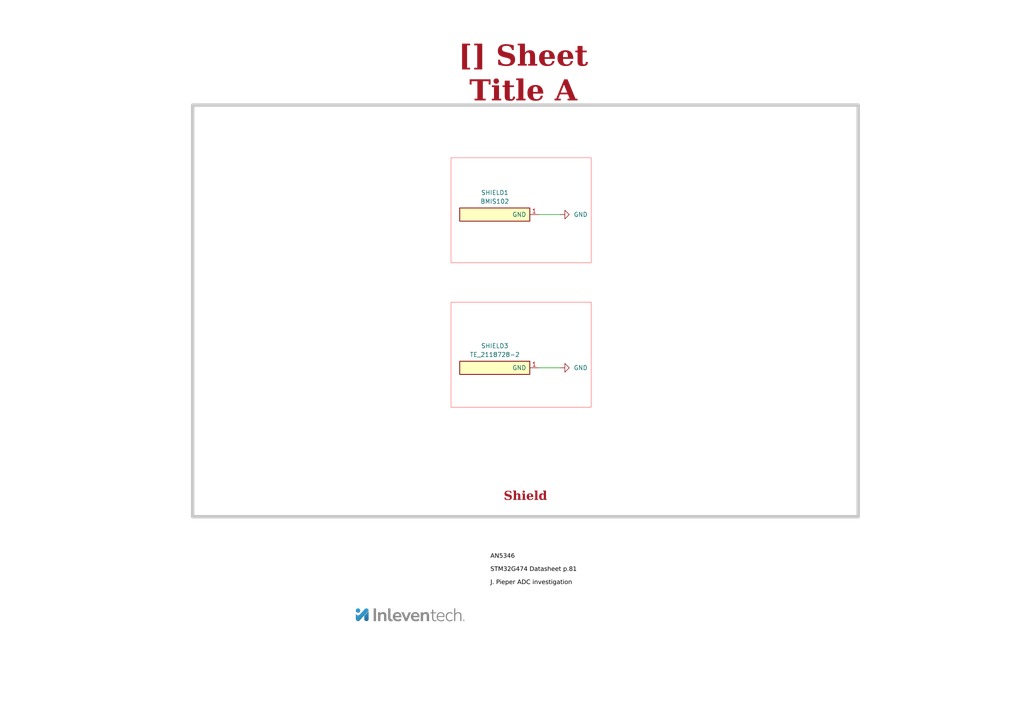
<source format=kicad_sch>
(kicad_sch (version 20250114) (generator "eeschema") (generator_version "9.0")
  (paper "A4")
  (title_block (title "Sheet Title A") (date "2025-11-08") (rev "${REVISION}") (company "${COMPANY}"))
  (lib_symbols
    (symbol "Bluetooth____LoRa:BMI-S-202-F" (pin_names (offset 1.016))
      (property "Reference" "SHIELD" (at 1.27 -0.9525 0))
      (property "Value" "BMI-S-202-F" (at 1.27 -4.445 0))
      (symbol "BMI-S-202-F_0_0"
        (rectangle (start 0 -1.905) (end 20.32 1.905) (stroke (width 0.254)) (fill (type background)))
      )
      (symbol "BMI-S-202-F_1_1"
        (pin input line (at 22.86 0 180) (length 2.54) (name "GND") (number "1"))
      )
    )
    (symbol "Bluetooth____LoRa:GND" (power) (pin_numbers (hide yes)) (pin_names (offset 0) (hide yes))
      (property "Value" "GND" (at 0 -3.81 0))
      (symbol "GND_0_1"
        (polyline (pts (xy 0 0) (xy 0 -1.27) (xy 1.27 -1.27) (xy 0 -2.54) (xy -1.27 -1.27) (xy 0 -1.27)))
      )
      (symbol "GND_1_1"
        (pin power_in line (at 0 0 270) (length 0) (name "~") (number "1"))
      )
    )
  )
  (rectangle (start 130.81 87.63) (end 171.45 118.11) (stroke (width 0.0254) (color 255 0 0 1)))
  (rectangle (start 55.88 30.48) (end 248.92 149.86) (stroke (width 1) (color 200 200 200 1)))
  (rectangle (start 130.81 45.72) (end 171.45 76.2) (stroke (width 0.0254) (color 255 0 0 1)))
  (text "J. Pieper ADC investigation" (at 142.24 170.18 0) (effects (font (size 1.27 1.27)) (justify left bottom)))
  (text "STM32G474 Datasheet p.81" (at 142.24 166.37 0) (effects (font (size 1.27 1.27)) (justify left bottom)))
  (text "AN5346" (at 142.24 162.56 0) (effects (font (size 1.27 1.27)) (justify left bottom)))
  (text_box "[${#}] ${TITLE}" (at 115.57 15.24 0) (size 72.39 12.7) (margins 4.4999 4.4999 4.4999 4.4999) (stroke (width -0.0001)) (effects (font (size 6 6) (thickness 1.2) (bold yes))))
  (text_box "Shield" (at 57.15 139.7 0) (size 190.5 7.62) (margins 1.9049 1.9049 1.9049 1.9049) (stroke (width -0.0001)) (effects (font (size 2.54 2.54) (thickness 0.508) (bold yes)) (justify bottom)))
  (wire (pts (xy 162.56 62.23) (xy 156.21 62.23)))
  (wire (pts (xy 162.56 106.68) (xy 156.21 106.68)))
  (image (at 118.999 178.3334) (scale 0.134391))
  (symbol (lib_id "Bluetooth____LoRa:GND") (at 162.56 106.68 90) (unit 1)
    (property "Reference" "#PWR026" (effects (hide yes)))
    (property "Value" "GND" (at 166.37 106.6799 90) (effects (justify right)))
    (property "Description" "Power symbol creates a global label with name \"GND\" , ground" (effects (hide yes)))
  )
  (symbol (lib_id "Bluetooth____LoRa:GND") (at 162.56 62.23 90) (unit 1)
    (property "Reference" "#PWR01" (effects (hide yes)))
    (property "Value" "GND" (at 166.37 62.2299 90) (effects (justify right)))
    (property "Description" "Power symbol creates a global label with name \"GND\" , ground" (effects (hide yes)))
  )
  (symbol (lib_id "Bluetooth____LoRa:BMI-S-202-F") (at 133.35 106.68 0) (unit 1)
    (property "Reference" "SHIELD3" (at 143.51 100.33 0))
    (property "Value" "TE_2118728-2" (at 143.51 102.87 0))
    (property "Footprint" "LoRa:TE_2118728-2" (effects (hide yes)))
    (property "MF" "Laird Technologies EMI" (effects (hide yes)))
    (property "Description_1" "RF Shield Frame 0.650 (16.50mm) X 0.650 (16.50mm) - Surface Mount" (effects (hide yes)))
    (property "Package" "None" (effects (hide yes)))
    (property "Price" "None" (effects (hide yes)))
    (property "SnapEDA_Link" "https://www.snapeda.com/parts/BMI-S-202-F/Laird/view-part/?ref=snap" (effects (hide yes)))
    (property "MP" "BMI-S-202-F" (effects (hide yes)))
    (property "Availability" "In Stock" (effects (hide yes)))
    (property "Check_prices" "https://www.snapeda.com/parts/BMI-S-202-F/Laird/view-part/?ref=eda" (effects (hide yes)))
  )
  (symbol (lib_id "Bluetooth____LoRa:BMI-S-202-F") (at 133.35 62.23 0) (unit 1)
    (property "Reference" "SHIELD1" (at 143.51 55.88 0))
    (property "Value" "BMIS102" (at 143.51 58.42 0))
    (property "Footprint" "Bluetooth:BMIS102" (effects (hide yes)))
    (property "MF" "Laird Technologies EMI" (effects (hide yes)))
    (property "Description_1" "RF Shield Frame 0.650 (16.50mm) X 0.650 (16.50mm) - Surface Mount" (effects (hide yes)))
    (property "Package" "None" (effects (hide yes)))
    (property "Price" "None" (effects (hide yes)))
    (property "SnapEDA_Link" "https://www.snapeda.com/parts/BMI-S-202-F/Laird/view-part/?ref=snap" (effects (hide yes)))
    (property "MP" "BMI-S-202-F" (effects (hide yes)))
    (property "Availability" "In Stock" (effects (hide yes)))
    (property "Check_prices" "https://www.snapeda.com/parts/BMI-S-202-F/Laird/view-part/?ref=eda" (effects (hide yes)))
  )
)
</source>
